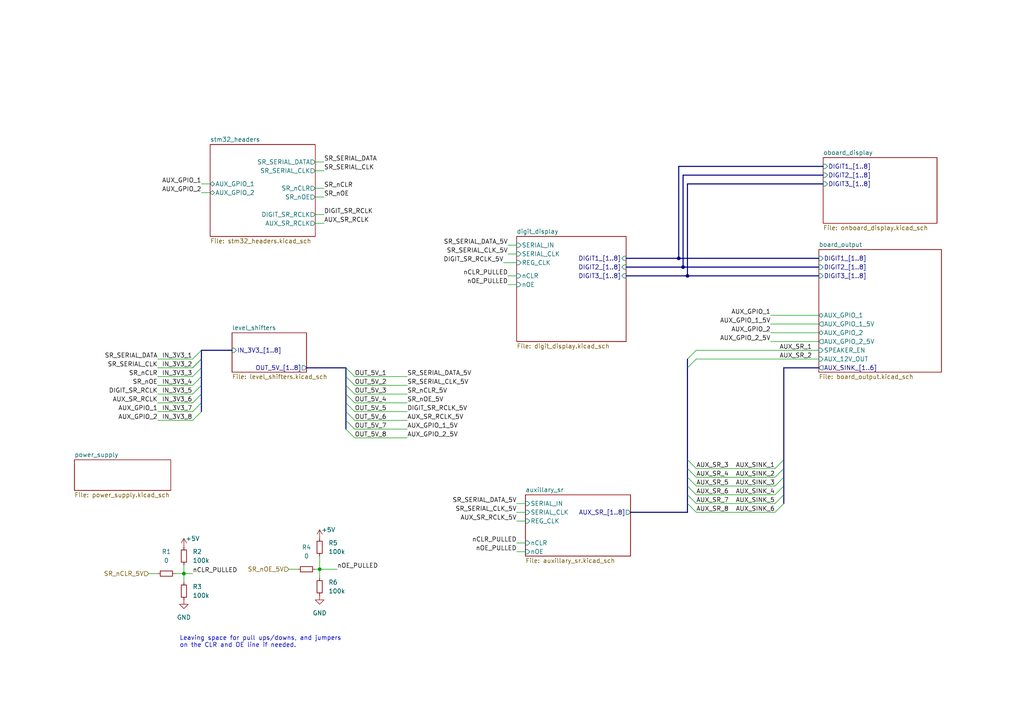
<source format=kicad_sch>
(kicad_sch (version 20211123) (generator eeschema)
  (paper "A4")
  (title_block (title "Arena Clock Carrier") (date "2023-11-19") (rev "1.0") (company "MassDestruction (Sarah Pohorecky)"))
  (lib_symbols
    (symbol "Device:R_Small" (pin_numbers hide) (pin_names (offset 0.254) hide)
      (property "Reference" "R" (at 0.762 0.508 0))
      (property "Value" "R_Small" (at 0.762 -1.016 0))
      (symbol "R_Small_0_1"
        (rectangle (start -0.762 1.778) (end 0.762 -1.778) (stroke (width 0.2032)))
      )
      (symbol "R_Small_1_1"
        (pin passive line (at 0 2.54 270) (length 0.762) (name "~") (number "1"))
        (pin passive line (at 0 -2.54 90) (length 0.762) (name "~") (number "2"))
      )
    )
    (symbol "power:+5V" (power) (pin_names (offset 0))
      (property "Value" "+5V" (at 0 3.556 0))
      (symbol "+5V_0_1"
        (polyline (pts (xy -0.762 1.27) (xy 0 2.54)))
        (polyline (pts (xy 0 0) (xy 0 2.54)))
        (polyline (pts (xy 0 2.54) (xy 0.762 1.27)))
      )
      (symbol "+5V_1_1"
        (pin power_in line (at 0 0 90) (length 0) hide (name "+5V") (number "1"))
      )
    )
    (symbol "power:GND" (power) (pin_names (offset 0))
      (property "Value" "GND" (at 0 -3.81 0))
      (symbol "GND_0_1"
        (polyline (pts (xy 0 0) (xy 0 -1.27) (xy 1.27 -1.27) (xy 0 -2.54) (xy -1.27 -1.27) (xy 0 -1.27)))
      )
      (symbol "GND_1_1"
        (pin power_in line (at 0 0 270) (length 0) hide (name "GND") (number "1"))
      )
    )
  )
  (junction (at 196.85 74.93))
  (junction (at 53.34 166.37))
  (junction (at 199.39 80.01))
  (junction (at 92.71 165.1))
  (junction (at 198.12 77.47))
  (bus_entry (at 58.42 116.84) (size -2.54 2.54))
  (bus_entry (at 100.33 114.3) (size 2.54 2.54))
  (bus_entry (at 199.39 133.35) (size 2.54 2.54))
  (bus_entry (at 100.33 124.46) (size 2.54 2.54))
  (bus_entry (at 58.42 111.76) (size -2.54 2.54))
  (bus_entry (at 58.42 101.6) (size -2.54 2.54))
  (bus_entry (at 227.33 146.05) (size -2.54 2.54))
  (bus_entry (at 199.39 106.68) (size 2.54 -2.54))
  (bus_entry (at 100.33 106.68) (size 2.54 2.54))
  (bus_entry (at 58.42 106.68) (size -2.54 2.54))
  (bus_entry (at 58.42 109.22) (size -2.54 2.54))
  (bus_entry (at 100.33 116.84) (size 2.54 2.54))
  (bus_entry (at 100.33 111.76) (size 2.54 2.54))
  (bus_entry (at 227.33 133.35) (size -2.54 2.54))
  (bus_entry (at 100.33 109.22) (size 2.54 2.54))
  (bus_entry (at 199.39 138.43) (size 2.54 2.54))
  (bus_entry (at 199.39 143.51) (size 2.54 2.54))
  (bus_entry (at 199.39 135.89) (size 2.54 2.54))
  (bus_entry (at 227.33 135.89) (size -2.54 2.54))
  (bus_entry (at 199.39 140.97) (size 2.54 2.54))
  (bus_entry (at 227.33 143.51) (size -2.54 2.54))
  (bus_entry (at 100.33 119.38) (size 2.54 2.54))
  (bus_entry (at 58.42 104.14) (size -2.54 2.54))
  (bus_entry (at 58.42 119.38) (size -2.54 2.54))
  (bus_entry (at 199.39 146.05) (size 2.54 2.54))
  (bus_entry (at 100.33 121.92) (size 2.54 2.54))
  (bus_entry (at 58.42 114.3) (size -2.54 2.54))
  (bus_entry (at 199.39 104.14) (size 2.54 -2.54))
  (bus_entry (at 227.33 138.43) (size -2.54 2.54))
  (bus_entry (at 227.33 140.97) (size -2.54 2.54))
  (wire (pts (xy 102.87 121.92) (xy 118.11 121.92)))
  (wire (pts (xy 201.93 140.97) (xy 224.79 140.97)))
  (wire (pts (xy 53.34 166.37) (xy 53.34 163.83)))
  (bus (pts (xy 227.33 133.35) (xy 227.33 135.89)))
  (bus (pts (xy 58.42 116.84) (xy 58.42 119.38)))
  (bus (pts (xy 196.85 48.26) (xy 238.76 48.26)))
  (bus (pts (xy 100.33 109.22) (xy 100.33 111.76)))
  (wire (pts (xy 149.86 157.48) (xy 152.4 157.48)))
  (bus (pts (xy 227.33 143.51) (xy 227.33 146.05)))
  (bus (pts (xy 199.39 140.97) (xy 199.39 143.51)))
  (wire (pts (xy 58.42 53.34) (xy 60.96 53.34)))
  (wire (pts (xy 102.87 119.38) (xy 118.11 119.38)))
  (wire (pts (xy 45.72 114.3) (xy 55.88 114.3)))
  (bus (pts (xy 88.9 106.68) (xy 100.33 106.68)))
  (wire (pts (xy 223.52 99.06) (xy 237.49 99.06)))
  (wire (pts (xy 201.93 138.43) (xy 224.79 138.43)))
  (wire (pts (xy 223.52 93.98) (xy 237.49 93.98)))
  (bus (pts (xy 198.12 50.8) (xy 198.12 77.47)))
  (bus (pts (xy 196.85 74.93) (xy 237.49 74.93)))
  (wire (pts (xy 201.93 104.14) (xy 237.49 104.14)))
  (wire (pts (xy 223.52 91.44) (xy 237.49 91.44)))
  (wire (pts (xy 92.71 165.1) (xy 92.71 161.29)))
  (wire (pts (xy 45.72 116.84) (xy 55.88 116.84)))
  (wire (pts (xy 146.05 76.2) (xy 149.86 76.2)))
  (wire (pts (xy 149.86 160.02) (xy 152.4 160.02)))
  (wire (pts (xy 45.72 111.76) (xy 55.88 111.76)))
  (wire (pts (xy 58.42 55.88) (xy 60.96 55.88)))
  (bus (pts (xy 199.39 80.01) (xy 199.39 53.34)))
  (bus (pts (xy 58.42 109.22) (xy 58.42 111.76)))
  (wire (pts (xy 147.32 82.55) (xy 149.86 82.55)))
  (wire (pts (xy 102.87 116.84) (xy 118.11 116.84)))
  (bus (pts (xy 67.31 101.6) (xy 58.42 101.6)))
  (bus (pts (xy 199.39 106.68) (xy 199.39 133.35)))
  (bus (pts (xy 199.39 104.14) (xy 199.39 106.68)))
  (wire (pts (xy 45.72 121.92) (xy 55.88 121.92)))
  (bus (pts (xy 199.39 135.89) (xy 199.39 138.43)))
  (wire (pts (xy 91.44 165.1) (xy 92.71 165.1)))
  (wire (pts (xy 91.44 54.61) (xy 93.98 54.61)))
  (bus (pts (xy 58.42 111.76) (xy 58.42 114.3)))
  (wire (pts (xy 43.18 166.37) (xy 45.72 166.37)))
  (wire (pts (xy 91.44 62.23) (xy 93.98 62.23)))
  (wire (pts (xy 91.44 49.53) (xy 93.98 49.53)))
  (bus (pts (xy 58.42 101.6) (xy 58.42 104.14)))
  (bus (pts (xy 199.39 146.05) (xy 199.39 148.59)))
  (wire (pts (xy 55.88 106.68) (xy 58.42 104.14)))
  (wire (pts (xy 201.93 101.6) (xy 237.49 101.6)))
  (bus (pts (xy 199.39 143.51) (xy 199.39 146.05)))
  (wire (pts (xy 149.86 151.13) (xy 152.4 151.13)))
  (wire (pts (xy 91.44 64.77) (xy 93.98 64.77)))
  (bus (pts (xy 237.49 106.68) (xy 227.33 106.68)))
  (bus (pts (xy 227.33 106.68) (xy 227.33 133.35)))
  (wire (pts (xy 102.87 111.76) (xy 118.11 111.76)))
  (wire (pts (xy 102.87 127) (xy 118.11 127)))
  (wire (pts (xy 201.93 148.59) (xy 224.79 148.59)))
  (bus (pts (xy 199.39 80.01) (xy 237.49 80.01)))
  (bus (pts (xy 58.42 104.14) (xy 58.42 106.68)))
  (wire (pts (xy 92.71 165.1) (xy 92.71 167.64)))
  (wire (pts (xy 149.86 148.59) (xy 152.4 148.59)))
  (wire (pts (xy 201.93 135.89) (xy 224.79 135.89)))
  (wire (pts (xy 201.93 146.05) (xy 224.79 146.05)))
  (wire (pts (xy 91.44 46.99) (xy 93.98 46.99)))
  (bus (pts (xy 100.33 119.38) (xy 100.33 121.92)))
  (wire (pts (xy 45.72 109.22) (xy 55.88 109.22)))
  (wire (pts (xy 201.93 143.51) (xy 224.79 143.51)))
  (bus (pts (xy 100.33 106.68) (xy 100.33 109.22)))
  (bus (pts (xy 198.12 77.47) (xy 237.49 77.47)))
  (wire (pts (xy 147.32 71.12) (xy 149.86 71.12)))
  (wire (pts (xy 91.44 57.15) (xy 93.98 57.15)))
  (bus (pts (xy 58.42 106.68) (xy 58.42 109.22)))
  (bus (pts (xy 199.39 138.43) (xy 199.39 140.97)))
  (wire (pts (xy 92.71 165.1) (xy 97.79 165.1)))
  (wire (pts (xy 147.32 73.66) (xy 149.86 73.66)))
  (bus (pts (xy 227.33 138.43) (xy 227.33 140.97)))
  (wire (pts (xy 102.87 124.46) (xy 118.11 124.46)))
  (wire (pts (xy 50.8 166.37) (xy 53.34 166.37)))
  (bus (pts (xy 182.88 148.59) (xy 199.39 148.59)))
  (wire (pts (xy 147.32 80.01) (xy 149.86 80.01)))
  (bus (pts (xy 181.61 77.47) (xy 198.12 77.47)))
  (wire (pts (xy 53.34 166.37) (xy 55.88 166.37)))
  (wire (pts (xy 102.87 109.22) (xy 118.11 109.22)))
  (wire (pts (xy 53.34 166.37) (xy 53.34 168.91)))
  (wire (pts (xy 45.72 106.68) (xy 55.88 106.68)))
  (wire (pts (xy 83.82 165.1) (xy 86.36 165.1)))
  (wire (pts (xy 45.72 119.38) (xy 55.88 119.38)))
  (bus (pts (xy 181.61 80.01) (xy 199.39 80.01)))
  (bus (pts (xy 58.42 114.3) (xy 58.42 116.84)))
  (wire (pts (xy 223.52 96.52) (xy 237.49 96.52)))
  (bus (pts (xy 227.33 140.97) (xy 227.33 143.51)))
  (bus (pts (xy 199.39 53.34) (xy 238.76 53.34)))
  (bus (pts (xy 196.85 48.26) (xy 196.85 74.93)))
  (wire (pts (xy 102.87 114.3) (xy 118.11 114.3)))
  (bus (pts (xy 100.33 116.84) (xy 100.33 119.38)))
  (bus (pts (xy 227.33 135.89) (xy 227.33 138.43)))
  (bus (pts (xy 100.33 114.3) (xy 100.33 116.84)))
  (bus (pts (xy 199.39 133.35) (xy 199.39 135.89)))
  (bus (pts (xy 100.33 121.92) (xy 100.33 124.46)))
  (bus (pts (xy 198.12 50.8) (xy 238.76 50.8)))
  (bus (pts (xy 100.33 111.76) (xy 100.33 114.3)))
  (wire (pts (xy 149.86 146.05) (xy 152.4 146.05)))
  (wire (pts (xy 45.72 104.14) (xy 55.88 104.14)))
  (bus (pts (xy 181.61 74.93) (xy 196.85 74.93)))
  (text "Leaving space for pull ups/downs, and jumpers \non the CLR and OE line if needed." (at 52.07 187.96 0) (effects (font (size 1.27 1.27)) (justify left bottom)))
  (label "AUX_GPIO_1_5V" (at 118.11 124.46 0))
  (label "SR_SERIAL_CLK_5V" (at 147.32 73.66 180))
  (label "OUT_5V_1" (at 102.87 109.22 0))
  (label "IN_3V3_1" (at 46.99 104.14 0))
  (label "AUX_GPIO_1" (at 223.52 91.44 180))
  (label "nCLR_PULLED" (at 55.88 166.37 0))
  (label "AUX_SR_7" (at 201.93 146.05 0))
  (label "IN_3V3_5" (at 46.99 114.3 0))
  (label "nCLR_PULLED" (at 147.32 80.01 180))
  (label "SR_SERIAL_DATA_5V" (at 147.32 71.12 180))
  (label "SR_nOE" (at 93.98 57.15 0))
  (label "SR_SERIAL_DATA_5V" (at 149.86 146.05 180))
  (label "AUX_SR_3" (at 201.93 135.89 0))
  (label "AUX_GPIO_2" (at 58.42 55.88 180))
  (label "nOE_PULLED" (at 97.79 165.1 0))
  (label "AUX_SINK_1" (at 213.36 135.89 0))
  (label "SR_nOE_5V" (at 118.11 116.84 0))
  (label "SR_nCLR" (at 93.98 54.61 0))
  (label "SR_SERIAL_DATA_5V" (at 118.11 109.22 0))
  (label "AUX_GPIO_2_5V" (at 118.11 127 0))
  (label "IN_3V3_3" (at 46.99 109.22 0))
  (label "AUX_SR_6" (at 201.93 143.51 0))
  (label "SR_nOE" (at 45.72 111.76 180))
  (label "OUT_5V_5" (at 102.87 119.38 0))
  (label "AUX_SINK_2" (at 213.36 138.43 0))
  (label "AUX_SR_RCLK" (at 93.98 64.77 0))
  (label "OUT_5V_6" (at 102.87 121.92 0))
  (label "nOE_PULLED" (at 149.86 160.02 180))
  (label "OUT_5V_8" (at 102.87 127 0))
  (label "DIGIT_SR_RCLK" (at 45.72 114.3 180))
  (label "AUX_SINK_4" (at 213.36 143.51 0))
  (label "AUX_GPIO_1_5V" (at 223.52 93.98 180))
  (label "AUX_GPIO_2_5V" (at 223.52 99.06 180))
  (label "AUX_SR_5" (at 201.93 140.97 0))
  (label "AUX_SR_RCLK" (at 45.72 116.84 180))
  (label "IN_3V3_6" (at 46.99 116.84 0))
  (label "IN_3V3_7" (at 46.99 119.38 0))
  (label "DIGIT_SR_RCLK_5V" (at 146.05 76.2 180))
  (label "SR_SERIAL_DATA" (at 93.98 46.99 0))
  (label "DIGIT_SR_RCLK" (at 93.98 62.23 0))
  (label "AUX_SINK_6" (at 213.36 148.59 0))
  (label "SR_nCLR" (at 45.72 109.22 180))
  (label "nOE_PULLED" (at 147.32 82.55 180))
  (label "AUX_GPIO_1" (at 58.42 53.34 180))
  (label "AUX_SINK_3" (at 213.36 140.97 0))
  (label "AUX_GPIO_1" (at 45.72 119.38 180))
  (label "OUT_5V_7" (at 102.87 124.46 0))
  (label "OUT_5V_3" (at 102.87 114.3 0))
  (label "IN_3V3_8" (at 46.99 121.92 0))
  (label "OUT_5V_4" (at 102.87 116.84 0))
  (label "AUX_SR_8" (at 201.93 148.59 0))
  (label "SR_SERIAL_CLK_5V" (at 149.86 148.59 180))
  (label "SR_SERIAL_DATA" (at 45.72 104.14 180))
  (label "AUX_SR_4" (at 201.93 138.43 0))
  (label "DIGIT_SR_RCLK_5V" (at 118.11 119.38 0))
  (label "OUT_5V_2" (at 102.87 111.76 0))
  (label "AUX_SR_1" (at 226.06 101.6 0))
  (label "AUX_GPIO_2" (at 223.52 96.52 180))
  (label "SR_SERIAL_CLK" (at 93.98 49.53 0))
  (label "SR_nCLR_5V" (at 118.11 114.3 0))
  (label "AUX_SINK_5" (at 213.36 146.05 0))
  (label "nCLR_PULLED" (at 149.86 157.48 180))
  (label "SR_SERIAL_CLK_5V" (at 118.11 111.76 0))
  (label "IN_3V3_4" (at 46.99 111.76 0))
  (label "AUX_GPIO_2" (at 45.72 121.92 180))
  (label "AUX_SR_RCLK_5V" (at 118.11 121.92 0))
  (label "AUX_SR_2" (at 226.06 104.14 0))
  (label "IN_3V3_2" (at 46.99 106.68 0))
  (label "AUX_SR_RCLK_5V" (at 149.86 151.13 180))
  (label "SR_SERIAL_CLK" (at 45.72 106.68 180))
  (hierarchical_label "SR_nOE_5V" (shape input) (at 83.82 165.1 180))
  (hierarchical_label "SR_nCLR_5V" (shape input) (at 43.18 166.37 180))
  (symbol (lib_id "Device:R_Small") (at 53.34 171.45 0) (unit 1)
    (property "Reference" "R3" (at 55.88 170.1799 0) (effects (justify left)))
    (property "Value" "100k" (at 55.88 172.7199 0) (effects (justify left)))
    (property "Footprint" "Resistor_SMD:R_0805_2012Metric_Pad1.20x1.40mm_HandSolder" (effects hide))
  )
  (symbol (lib_id "power:+5V") (at 53.34 158.75 0) (unit 1)
    (property "Reference" "#PWR01" (effects hide))
    (property "Value" "+5V" (at 55.88 156.21 0))
  )
  (symbol (lib_id "Device:R_Small") (at 92.71 158.75 0) (unit 1)
    (property "Reference" "R5" (at 95.25 157.4799 0) (effects (justify left)))
    (property "Value" "100k" (at 95.25 160.0199 0) (effects (justify left)))
    (property "Footprint" "Resistor_SMD:R_0805_2012Metric_Pad1.20x1.40mm_HandSolder" (effects hide))
  )
  (symbol (lib_id "power:GND") (at 53.34 173.99 0) (unit 1)
    (property "Reference" "#PWR02" (effects hide))
    (property "Value" "GND" (at 53.34 179.07 0))
  )
  (symbol (lib_id "Device:R_Small") (at 48.26 166.37 270) (mirror x) (unit 1)
    (property "Reference" "R1" (at 48.26 160.02 90))
    (property "Value" "0" (at 48.26 162.56 90))
    (property "Footprint" "Resistor_SMD:R_0805_2012Metric_Pad1.20x1.40mm_HandSolder" (effects hide))
  )
  (symbol (lib_id "Device:R_Small") (at 53.34 161.29 0) (unit 1)
    (property "Reference" "R2" (at 55.88 160.0199 0) (effects (justify left)))
    (property "Value" "100k" (at 55.88 162.5599 0) (effects (justify left)))
    (property "Footprint" "Resistor_SMD:R_0805_2012Metric_Pad1.20x1.40mm_HandSolder" (effects hide))
  )
  (symbol (lib_id "power:GND") (at 92.71 172.72 0) (unit 1)
    (property "Reference" "#PWR04" (effects hide))
    (property "Value" "GND" (at 92.71 177.8 0))
  )
  (symbol (lib_id "Device:R_Small") (at 88.9 165.1 270) (mirror x) (unit 1)
    (property "Reference" "R4" (at 88.9 158.75 90))
    (property "Value" "0" (at 88.9 161.29 90))
    (property "Footprint" "Resistor_SMD:R_0805_2012Metric_Pad1.20x1.40mm_HandSolder" (effects hide))
  )
  (symbol (lib_id "Device:R_Small") (at 92.71 170.18 0) (unit 1)
    (property "Reference" "R6" (at 95.25 168.9099 0) (effects (justify left)))
    (property "Value" "100k" (at 95.25 171.4499 0) (effects (justify left)))
    (property "Footprint" "Resistor_SMD:R_0805_2012Metric_Pad1.20x1.40mm_HandSolder" (effects hide))
  )
  (symbol (lib_id "power:+5V") (at 92.71 156.21 0) (unit 1)
    (property "Reference" "#PWR03" (effects hide))
    (property "Value" "+5V" (at 95.25 153.67 0))
  )
  (sheet (at 21.59 133.35) (size 27.94 8.89) (stroke (width 0.1524))
    (property "Sheet name" "power_supply" (at 21.59 132.6384 0) (effects (justify left bottom)))
    (property "Sheet file" "power_supply.kicad_sch" (at 21.59 142.8246 0) (effects (justify left top)))
  )
  (sheet (at 237.49 72.39) (size 35.56 35.56) (stroke (width 0.1524))
    (property "Sheet name" "board_output" (at 237.49 71.6784 0) (effects (justify left bottom)))
    (property "Sheet file" "board_output.kicad_sch" (at 237.49 108.5346 0) (effects (justify left top)))
    (pin "DIGIT1_[1..8]" input (at 237.49 74.93 180))
    (pin "DIGIT2_[1..8]" input (at 237.49 77.47 180))
    (pin "DIGIT3_[1..8]" input (at 237.49 80.01 180))
    (pin "SPEAKER_EN" input (at 237.49 101.6 180))
    (pin "AUX_12V_OUT" input (at 237.49 104.14 180))
    (pin "AUX_SINK_[1..6]" output (at 237.49 106.68 180))
    (pin "AUX_GPIO_2_5V" output (at 237.49 99.06 180))
    (pin "AUX_GPIO_2" bidirectional (at 237.49 96.52 180))
    (pin "AUX_GPIO_1" bidirectional (at 237.49 91.44 180))
    (pin "AUX_GPIO_1_5V" output (at 237.49 93.98 180))
  )
  (sheet (at 152.4 143.51) (size 30.48 17.78) (stroke (width 0.1524))
    (property "Sheet name" "auxillary_sr" (at 152.4 142.7984 0) (effects (justify left bottom)))
    (property "Sheet file" "auxillary_sr.kicad_sch" (at 152.4 161.8746 0) (effects (justify left top)))
    (pin "AUX_SR_[1..8]" output (at 182.88 148.59 0))
    (pin "SERIAL_CLK" input (at 152.4 148.59 180))
    (pin "REG_CLK" input (at 152.4 151.13 180))
    (pin "nCLR" input (at 152.4 157.48 180))
    (pin "nOE" input (at 152.4 160.02 180))
    (pin "SERIAL_IN" input (at 152.4 146.05 180))
  )
  (sheet (at 149.86 68.58) (size 31.75 30.48) (stroke (width 0.1524))
    (property "Sheet name" "digit_display" (at 149.86 67.8684 0) (effects (justify left bottom)))
    (property "Sheet file" "digit_display.kicad_sch" (at 149.86 99.6446 0) (effects (justify left top)))
    (pin "SERIAL_CLK" input (at 149.86 73.66 180))
    (pin "REG_CLK" input (at 149.86 76.2 180))
    (pin "nCLR" input (at 149.86 80.01 180))
    (pin "nOE" input (at 149.86 82.55 180))
    (pin "SERIAL_IN" input (at 149.86 71.12 180))
    (pin "DIGIT2_[1..8]" input (at 181.61 77.47 0))
    (pin "DIGIT1_[1..8]" input (at 181.61 74.93 0))
    (pin "DIGIT3_[1..8]" input (at 181.61 80.01 0))
  )
  (sheet (at 238.76 45.72) (size 33.02 19.05) (stroke (width 0.1524))
    (property "Sheet name" "oboard_display" (at 238.76 45.0084 0) (effects (justify left bottom)))
    (property "Sheet file" "onboard_display.kicad_sch" (at 238.76 65.3546 0) (effects (justify left top)))
    (pin "DIGIT1_[1..8]" input (at 238.76 48.26 180))
    (pin "DIGIT2_[1..8]" input (at 238.76 50.8 180))
    (pin "DIGIT3_[1..8]" input (at 238.76 53.34 180))
  )
  (sheet (at 60.96 41.91) (size 30.48 26.67) (stroke (width 0.1524))
    (property "Sheet name" "stm32_headers" (at 60.96 41.1984 0) (effects (justify left bottom)))
    (property "Sheet file" "stm32_headers.kicad_sch" (at 60.96 69.1646 0) (effects (justify left top)))
    (pin "SR_SERIAL_DATA" output (at 91.44 46.99 0))
    (pin "SR_SERIAL_CLK" output (at 91.44 49.53 0))
    (pin "DIGIT_SR_RCLK" output (at 91.44 62.23 0))
    (pin "AUX_SR_RCLK" output (at 91.44 64.77 0))
    (pin "SR_nOE" output (at 91.44 57.15 0))
    (pin "SR_nCLR" output (at 91.44 54.61 0))
    (pin "AUX_GPIO_1" bidirectional (at 60.96 53.34 180))
    (pin "AUX_GPIO_2" bidirectional (at 60.96 55.88 180))
  )
  (sheet (at 67.31 96.52) (size 21.59 11.43) (stroke (width 0.1524))
    (property "Sheet name" "level_shifters" (at 67.31 95.8084 0) (effects (justify left bottom)))
    (property "Sheet file" "level_shifters.kicad_sch" (at 67.31 108.5346 0) (effects (justify left top)))
    (pin "IN_3V3_[1..8]" input (at 67.31 101.6 180))
    (pin "OUT_5V_[1..8]" output (at 88.9 106.68 0))
  )
)
</source>
